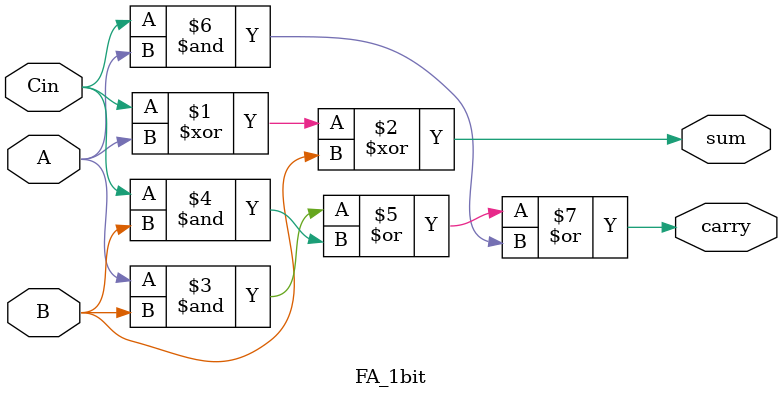
<source format=v>
`timescale 1ns / 1ps
module FA_1bit(A, B, Cin, sum, carry); 
input A, B, Cin; 
output sum, carry;
assign sum = Cin ^ A ^ B; 
assign carry = (A & B) | (Cin & B) | (Cin & A); 
endmodule


</source>
